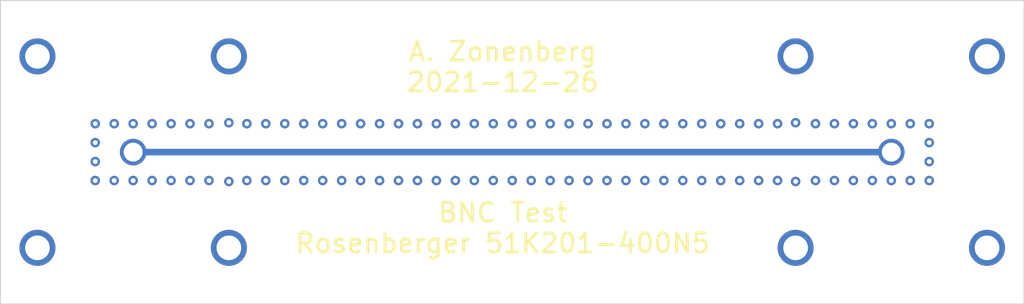
<source format=kicad_pcb>
(kicad_pcb (version 20171130) (host pcbnew "(5.1.9)")

  (general
    (thickness 1.6)
    (drawings 6)
    (tracks 210)
    (zones 0)
    (modules 2)
    (nets 3)
  )

  (page A4)
  (layers
    (0 F.Cu signal)
    (1 In1.Cu signal)
    (2 In2.Cu signal)
    (31 B.Cu signal)
    (32 B.Adhes user)
    (33 F.Adhes user)
    (34 B.Paste user)
    (35 F.Paste user)
    (36 B.SilkS user)
    (37 F.SilkS user)
    (38 B.Mask user)
    (39 F.Mask user)
    (40 Dwgs.User user)
    (41 Cmts.User user)
    (42 Eco1.User user)
    (43 Eco2.User user)
    (44 Edge.Cuts user)
    (45 Margin user)
    (46 B.CrtYd user)
    (47 F.CrtYd user)
    (48 B.Fab user)
    (49 F.Fab user)
  )

  (setup
    (last_trace_width 0.125)
    (user_trace_width 0.35)
    (trace_clearance 0.125)
    (zone_clearance 0.125)
    (zone_45_only no)
    (trace_min 0.125)
    (via_size 0.5)
    (via_drill 0.25)
    (via_min_size 0.5)
    (via_min_drill 0.25)
    (user_via 0.5 0.25)
    (uvia_size 0.3)
    (uvia_drill 0.1)
    (uvias_allowed no)
    (uvia_min_size 0.2)
    (uvia_min_drill 0.1)
    (edge_width 0.05)
    (segment_width 0.2)
    (pcb_text_width 0.3)
    (pcb_text_size 1.5 1.5)
    (mod_edge_width 0.12)
    (mod_text_size 1 1)
    (mod_text_width 0.15)
    (pad_size 1.524 1.524)
    (pad_drill 0.762)
    (pad_to_mask_clearance 0.05)
    (aux_axis_origin 0 0)
    (visible_elements FFFFFF7F)
    (pcbplotparams
      (layerselection 0x010f0_ffffffff)
      (usegerberextensions false)
      (usegerberattributes true)
      (usegerberadvancedattributes true)
      (creategerberjobfile true)
      (excludeedgelayer true)
      (linewidth 0.100000)
      (plotframeref false)
      (viasonmask false)
      (mode 1)
      (useauxorigin false)
      (hpglpennumber 1)
      (hpglpenspeed 20)
      (hpglpendiameter 15.000000)
      (psnegative false)
      (psa4output false)
      (plotreference true)
      (plotvalue true)
      (plotinvisibletext false)
      (padsonsilk false)
      (subtractmaskfromsilk false)
      (outputformat 1)
      (mirror false)
      (drillshape 0)
      (scaleselection 1)
      (outputdirectory "output/"))
  )

  (net 0 "")
  (net 1 /GND)
  (net 2 /SIGNAL)

  (net_class Default "This is the default net class."
    (clearance 0.125)
    (trace_width 0.125)
    (via_dia 0.5)
    (via_drill 0.25)
    (uvia_dia 0.3)
    (uvia_drill 0.1)
    (add_net /GND)
    (add_net /SIGNAL)
  )

  (module azonenberg_pcb:CONN_BNC_ROSENBERGER_51K201_400N5 (layer F.Cu) (tedit 61C8A47E) (tstamp 61C8BAA5)
    (at 100 80)
    (path /61C8ABED)
    (fp_text reference n (at 0 8.5) (layer F.SilkS) hide
      (effects (font (size 1 1) (thickness 0.15)))
    )
    (fp_text value 51K201-400N5 (at 0 7.5) (layer F.Fab) hide
      (effects (font (size 1 1) (thickness 0.15)))
    )
    (pad 2 thru_hole circle (at 5.05 -5.05) (size 1.9 1.9) (drill 1.3) (layers *.Cu *.Mask)
      (net 1 /GND))
    (pad 2 thru_hole circle (at 5.05 5.05) (size 1.9 1.9) (drill 1.3) (layers *.Cu *.Mask)
      (net 1 /GND))
    (pad 2 thru_hole circle (at -5.05 5.05) (size 1.9 1.9) (drill 1.3) (layers *.Cu *.Mask)
      (net 1 /GND))
    (pad 2 thru_hole circle (at -5.05 -5.05) (size 1.9 1.9) (drill 1.3) (layers *.Cu *.Mask)
      (net 1 /GND))
    (pad 1 thru_hole circle (at 0 0) (size 1.4 1.4) (drill 1) (layers *.Cu *.Mask)
      (net 2 /SIGNAL))
  )

  (module azonenberg_pcb:CONN_BNC_ROSENBERGER_51K201_400N5 (layer F.Cu) (tedit 61C8A47E) (tstamp 61C8BA9C)
    (at 60 80)
    (path /61C8A56C)
    (fp_text reference J1 (at 0 8.5) (layer F.SilkS) hide
      (effects (font (size 1 1) (thickness 0.15)))
    )
    (fp_text value 51K201-400N5 (at 0 7.5) (layer F.Fab) hide
      (effects (font (size 1 1) (thickness 0.15)))
    )
    (pad 2 thru_hole circle (at 5.05 -5.05) (size 1.9 1.9) (drill 1.3) (layers *.Cu *.Mask)
      (net 1 /GND))
    (pad 2 thru_hole circle (at 5.05 5.05) (size 1.9 1.9) (drill 1.3) (layers *.Cu *.Mask)
      (net 1 /GND))
    (pad 2 thru_hole circle (at -5.05 5.05) (size 1.9 1.9) (drill 1.3) (layers *.Cu *.Mask)
      (net 1 /GND))
    (pad 2 thru_hole circle (at -5.05 -5.05) (size 1.9 1.9) (drill 1.3) (layers *.Cu *.Mask)
      (net 1 /GND))
    (pad 1 thru_hole circle (at 0 0) (size 1.4 1.4) (drill 1) (layers *.Cu *.Mask)
      (net 2 /SIGNAL))
  )

  (gr_text "A. Zonenberg\n2021-12-26" (at 79.5 75.5) (layer F.SilkS)
    (effects (font (size 1 1) (thickness 0.15)))
  )
  (gr_text "BNC Test\nRosenberger 51K201-400N5" (at 79.5 84) (layer F.SilkS)
    (effects (font (size 1 1) (thickness 0.15)))
  )
  (gr_line (start 107 72) (end 53 72) (layer Edge.Cuts) (width 0.05) (tstamp 61C8BAFF))
  (gr_line (start 107 88) (end 107 72) (layer Edge.Cuts) (width 0.05))
  (gr_line (start 53 88) (end 107 88) (layer Edge.Cuts) (width 0.05))
  (gr_line (start 53 72) (end 53 88) (layer Edge.Cuts) (width 0.05))

  (segment (start 54.95 74.95) (end 54.95 85.05) (width 0.35) (layer In1.Cu) (net 1))
  (segment (start 54.95 85.05) (end 105.05 85.05) (width 0.35) (layer In1.Cu) (net 1))
  (segment (start 105.05 74.95) (end 105.05 85.05) (width 0.35) (layer In1.Cu) (net 1))
  (segment (start 105.05 74.95) (end 59.8 74.95) (width 0.35) (layer In1.Cu) (net 1))
  (segment (start 59.8 74.95) (end 54.95 74.95) (width 0.35) (layer In1.Cu) (net 1))
  (via (at 60 78.5) (size 0.5) (drill 0.25) (layers F.Cu B.Cu) (net 1))
  (segment (start 59.8 78.3) (end 60 78.5) (width 0.125) (layer In1.Cu) (net 1))
  (segment (start 59.8 74.95) (end 59.8 78.3) (width 0.125) (layer In1.Cu) (net 1))
  (via (at 59 78.5) (size 0.5) (drill 0.25) (layers F.Cu B.Cu) (net 1))
  (segment (start 60 78.5) (end 59 78.5) (width 0.125) (layer In2.Cu) (net 1))
  (via (at 58 78.5) (size 0.5) (drill 0.25) (layers F.Cu B.Cu) (net 1))
  (segment (start 59 78.5) (end 58 78.5) (width 0.125) (layer In1.Cu) (net 1))
  (via (at 58 79.5) (size 0.5) (drill 0.25) (layers F.Cu B.Cu) (net 1))
  (segment (start 58 78.5) (end 58 79.5) (width 0.125) (layer In2.Cu) (net 1))
  (via (at 58 80.5) (size 0.5) (drill 0.25) (layers F.Cu B.Cu) (net 1))
  (segment (start 58 79.5) (end 58 80.5) (width 0.125) (layer In1.Cu) (net 1))
  (via (at 58 81.5) (size 0.5) (drill 0.25) (layers F.Cu B.Cu) (net 1))
  (segment (start 58 80.5) (end 58 81.5) (width 0.125) (layer In2.Cu) (net 1))
  (via (at 59 81.5) (size 0.5) (drill 0.25) (layers F.Cu B.Cu) (net 1))
  (segment (start 58 81.5) (end 59 81.5) (width 0.125) (layer In1.Cu) (net 1))
  (via (at 60 81.5) (size 0.5) (drill 0.25) (layers F.Cu B.Cu) (net 1))
  (segment (start 59 81.5) (end 60 81.5) (width 0.125) (layer In2.Cu) (net 1))
  (via (at 61 81.5) (size 0.5) (drill 0.25) (layers F.Cu B.Cu) (net 1))
  (segment (start 60 81.5) (end 61 81.5) (width 0.125) (layer In1.Cu) (net 1))
  (via (at 62 81.5) (size 0.5) (drill 0.25) (layers F.Cu B.Cu) (net 1))
  (segment (start 61 81.5) (end 62 81.5) (width 0.125) (layer In2.Cu) (net 1))
  (via (at 63 81.5) (size 0.5) (drill 0.25) (layers F.Cu B.Cu) (net 1))
  (segment (start 62 81.5) (end 63 81.5) (width 0.125) (layer In1.Cu) (net 1))
  (via (at 64 81.5) (size 0.5) (drill 0.25) (layers F.Cu B.Cu) (net 1))
  (segment (start 63 81.5) (end 64 81.5) (width 0.125) (layer In2.Cu) (net 1))
  (via (at 65.05 81.55) (size 0.5) (drill 0.25) (layers F.Cu B.Cu) (net 1))
  (segment (start 64 81.5) (end 65 81.5) (width 0.125) (layer In1.Cu) (net 1))
  (segment (start 65.05 81.55) (end 65.05 85.05) (width 0.35) (layer In1.Cu) (net 1))
  (segment (start 65 81.5) (end 65.05 81.55) (width 0.125) (layer In1.Cu) (net 1))
  (via (at 66 81.5) (size 0.5) (drill 0.25) (layers F.Cu B.Cu) (net 1))
  (segment (start 65.95 81.55) (end 66 81.5) (width 0.125) (layer In2.Cu) (net 1))
  (segment (start 65.05 81.55) (end 65.95 81.55) (width 0.125) (layer In2.Cu) (net 1))
  (via (at 67 81.5) (size 0.5) (drill 0.25) (layers F.Cu B.Cu) (net 1))
  (segment (start 66 81.5) (end 67 81.5) (width 0.125) (layer In1.Cu) (net 1))
  (via (at 68 81.5) (size 0.5) (drill 0.25) (layers F.Cu B.Cu) (net 1))
  (segment (start 67 81.5) (end 68 81.5) (width 0.125) (layer In2.Cu) (net 1))
  (via (at 69 81.5) (size 0.5) (drill 0.25) (layers F.Cu B.Cu) (net 1))
  (segment (start 68 81.5) (end 69 81.5) (width 0.125) (layer In1.Cu) (net 1))
  (via (at 70 81.5) (size 0.5) (drill 0.25) (layers F.Cu B.Cu) (net 1))
  (segment (start 69 81.5) (end 70 81.5) (width 0.125) (layer In2.Cu) (net 1))
  (via (at 71 81.5) (size 0.5) (drill 0.25) (layers F.Cu B.Cu) (net 1))
  (segment (start 70 81.5) (end 71 81.5) (width 0.125) (layer In1.Cu) (net 1))
  (via (at 72 81.5) (size 0.5) (drill 0.25) (layers F.Cu B.Cu) (net 1))
  (segment (start 71 81.5) (end 72 81.5) (width 0.125) (layer In2.Cu) (net 1))
  (via (at 73 81.5) (size 0.5) (drill 0.25) (layers F.Cu B.Cu) (net 1))
  (segment (start 72 81.5) (end 73 81.5) (width 0.125) (layer In1.Cu) (net 1))
  (via (at 61 78.5) (size 0.5) (drill 0.25) (layers F.Cu B.Cu) (net 1))
  (segment (start 60 78.5) (end 61 78.5) (width 0.125) (layer In2.Cu) (net 1))
  (via (at 62 78.5) (size 0.5) (drill 0.25) (layers F.Cu B.Cu) (net 1))
  (segment (start 61 78.5) (end 62 78.5) (width 0.125) (layer In1.Cu) (net 1))
  (via (at 63 78.5) (size 0.5) (drill 0.25) (layers F.Cu B.Cu) (net 1))
  (segment (start 62 78.5) (end 63 78.5) (width 0.125) (layer In2.Cu) (net 1))
  (via (at 64 78.5) (size 0.5) (drill 0.25) (layers F.Cu B.Cu) (net 1))
  (segment (start 63 78.5) (end 64 78.5) (width 0.125) (layer In1.Cu) (net 1))
  (via (at 65.05 78.45) (size 0.5) (drill 0.25) (layers F.Cu B.Cu) (net 1))
  (segment (start 65 78.5) (end 65.05 78.45) (width 0.125) (layer In2.Cu) (net 1))
  (segment (start 64 78.5) (end 65 78.5) (width 0.125) (layer In2.Cu) (net 1))
  (segment (start 65.05 78.45) (end 65.05 81.55) (width 0.35) (layer In1.Cu) (net 1))
  (segment (start 65.05 74.95) (end 65.05 78.45) (width 0.35) (layer In1.Cu) (net 1))
  (via (at 66 78.5) (size 0.5) (drill 0.25) (layers F.Cu B.Cu) (net 1))
  (segment (start 65.95 78.45) (end 66 78.5) (width 0.125) (layer In2.Cu) (net 1))
  (segment (start 65.05 78.45) (end 65.95 78.45) (width 0.125) (layer In2.Cu) (net 1))
  (via (at 67 78.5) (size 0.5) (drill 0.25) (layers F.Cu B.Cu) (net 1))
  (segment (start 66 78.5) (end 67 78.5) (width 0.125) (layer In1.Cu) (net 1))
  (via (at 68 78.5) (size 0.5) (drill 0.25) (layers F.Cu B.Cu) (net 1))
  (segment (start 67 78.5) (end 68 78.5) (width 0.125) (layer In2.Cu) (net 1))
  (via (at 69 78.5) (size 0.5) (drill 0.25) (layers F.Cu B.Cu) (net 1))
  (segment (start 68 78.5) (end 69 78.5) (width 0.125) (layer In1.Cu) (net 1))
  (via (at 70 78.5) (size 0.5) (drill 0.25) (layers F.Cu B.Cu) (net 1))
  (segment (start 69 78.5) (end 70 78.5) (width 0.125) (layer In2.Cu) (net 1))
  (via (at 71 78.5) (size 0.5) (drill 0.25) (layers F.Cu B.Cu) (net 1))
  (segment (start 70 78.5) (end 71 78.5) (width 0.125) (layer In1.Cu) (net 1))
  (via (at 72 78.5) (size 0.5) (drill 0.25) (layers F.Cu B.Cu) (net 1))
  (segment (start 71 78.5) (end 72 78.5) (width 0.125) (layer In2.Cu) (net 1))
  (via (at 73 78.5) (size 0.5) (drill 0.25) (layers F.Cu B.Cu) (net 1))
  (segment (start 72 78.5) (end 73 78.5) (width 0.125) (layer In1.Cu) (net 1))
  (via (at 74 78.5) (size 0.5) (drill 0.25) (layers F.Cu B.Cu) (net 1))
  (segment (start 73 78.5) (end 74 78.5) (width 0.125) (layer In2.Cu) (net 1))
  (via (at 75 78.5) (size 0.5) (drill 0.25) (layers F.Cu B.Cu) (net 1))
  (segment (start 74 78.5) (end 75 78.5) (width 0.125) (layer In1.Cu) (net 1))
  (via (at 76 78.5) (size 0.5) (drill 0.25) (layers F.Cu B.Cu) (net 1))
  (segment (start 75 78.5) (end 76 78.5) (width 0.125) (layer In2.Cu) (net 1))
  (via (at 77 78.5) (size 0.5) (drill 0.25) (layers F.Cu B.Cu) (net 1))
  (segment (start 76 78.5) (end 77 78.5) (width 0.125) (layer In1.Cu) (net 1))
  (via (at 78 78.5) (size 0.5) (drill 0.25) (layers F.Cu B.Cu) (net 1))
  (segment (start 77 78.5) (end 78 78.5) (width 0.125) (layer In2.Cu) (net 1))
  (via (at 79 78.5) (size 0.5) (drill 0.25) (layers F.Cu B.Cu) (net 1))
  (segment (start 78 78.5) (end 79 78.5) (width 0.125) (layer In1.Cu) (net 1))
  (via (at 80 78.5) (size 0.5) (drill 0.25) (layers F.Cu B.Cu) (net 1))
  (segment (start 79 78.5) (end 80 78.5) (width 0.125) (layer In2.Cu) (net 1))
  (via (at 81 78.5) (size 0.5) (drill 0.25) (layers F.Cu B.Cu) (net 1))
  (segment (start 80 78.5) (end 81 78.5) (width 0.125) (layer In1.Cu) (net 1))
  (via (at 82 78.5) (size 0.5) (drill 0.25) (layers F.Cu B.Cu) (net 1))
  (segment (start 81 78.5) (end 82 78.5) (width 0.125) (layer In2.Cu) (net 1))
  (via (at 83 78.5) (size 0.5) (drill 0.25) (layers F.Cu B.Cu) (net 1))
  (segment (start 82 78.5) (end 83 78.5) (width 0.125) (layer In1.Cu) (net 1))
  (via (at 84 78.5) (size 0.5) (drill 0.25) (layers F.Cu B.Cu) (net 1))
  (segment (start 83 78.5) (end 84 78.5) (width 0.125) (layer In2.Cu) (net 1))
  (via (at 85 78.5) (size 0.5) (drill 0.25) (layers F.Cu B.Cu) (net 1))
  (segment (start 84 78.5) (end 85 78.5) (width 0.125) (layer In1.Cu) (net 1))
  (via (at 86 78.5) (size 0.5) (drill 0.25) (layers F.Cu B.Cu) (net 1))
  (segment (start 85 78.5) (end 86 78.5) (width 0.125) (layer In2.Cu) (net 1))
  (via (at 87 78.5) (size 0.5) (drill 0.25) (layers F.Cu B.Cu) (net 1))
  (segment (start 86 78.5) (end 87 78.5) (width 0.125) (layer In1.Cu) (net 1))
  (via (at 88 78.5) (size 0.5) (drill 0.25) (layers F.Cu B.Cu) (net 1))
  (segment (start 87 78.5) (end 88 78.5) (width 0.125) (layer In2.Cu) (net 1))
  (via (at 89 78.5) (size 0.5) (drill 0.25) (layers F.Cu B.Cu) (net 1))
  (segment (start 88 78.5) (end 89 78.5) (width 0.125) (layer In1.Cu) (net 1))
  (via (at 90 78.5) (size 0.5) (drill 0.25) (layers F.Cu B.Cu) (net 1))
  (segment (start 89 78.5) (end 90 78.5) (width 0.125) (layer In2.Cu) (net 1))
  (via (at 91 78.5) (size 0.5) (drill 0.25) (layers F.Cu B.Cu) (net 1))
  (segment (start 90 78.5) (end 91 78.5) (width 0.125) (layer In2.Cu) (net 1))
  (via (at 92 78.5) (size 0.5) (drill 0.25) (layers F.Cu B.Cu) (net 1))
  (segment (start 91 78.5) (end 92 78.5) (width 0.125) (layer In1.Cu) (net 1))
  (via (at 93 78.5) (size 0.5) (drill 0.25) (layers F.Cu B.Cu) (net 1))
  (segment (start 92 78.5) (end 93 78.5) (width 0.125) (layer In2.Cu) (net 1))
  (via (at 94 78.5) (size 0.5) (drill 0.25) (layers F.Cu B.Cu) (net 1))
  (segment (start 93 78.5) (end 94 78.5) (width 0.125) (layer In1.Cu) (net 1))
  (via (at 94.95 78.45) (size 0.5) (drill 0.25) (layers F.Cu B.Cu) (net 1))
  (segment (start 94.9 78.5) (end 94.95 78.45) (width 0.125) (layer In2.Cu) (net 1))
  (segment (start 94 78.5) (end 94.9 78.5) (width 0.125) (layer In2.Cu) (net 1))
  (segment (start 94.95 74.95) (end 94.95 78.45) (width 0.35) (layer In1.Cu) (net 1))
  (via (at 74 81.5) (size 0.5) (drill 0.25) (layers F.Cu B.Cu) (net 1))
  (segment (start 73 81.5) (end 74 81.5) (width 0.125) (layer In2.Cu) (net 1))
  (via (at 75 81.5) (size 0.5) (drill 0.25) (layers F.Cu B.Cu) (net 1))
  (segment (start 74 81.5) (end 75 81.5) (width 0.125) (layer In1.Cu) (net 1))
  (via (at 76 81.5) (size 0.5) (drill 0.25) (layers F.Cu B.Cu) (net 1))
  (segment (start 75 81.5) (end 76 81.5) (width 0.125) (layer In1.Cu) (net 1))
  (via (at 77 81.5) (size 0.5) (drill 0.25) (layers F.Cu B.Cu) (net 1))
  (segment (start 76 81.5) (end 77 81.5) (width 0.125) (layer In2.Cu) (net 1))
  (via (at 78 81.5) (size 0.5) (drill 0.25) (layers F.Cu B.Cu) (net 1))
  (segment (start 77 81.5) (end 78 81.5) (width 0.125) (layer In1.Cu) (net 1))
  (via (at 79 81.5) (size 0.5) (drill 0.25) (layers F.Cu B.Cu) (net 1))
  (segment (start 78 81.5) (end 79 81.5) (width 0.125) (layer In2.Cu) (net 1))
  (via (at 80 81.5) (size 0.5) (drill 0.25) (layers F.Cu B.Cu) (net 1))
  (segment (start 79 81.5) (end 80 81.5) (width 0.125) (layer In1.Cu) (net 1))
  (via (at 81 81.5) (size 0.5) (drill 0.25) (layers F.Cu B.Cu) (net 1))
  (segment (start 80 81.5) (end 81 81.5) (width 0.125) (layer In2.Cu) (net 1))
  (via (at 82 81.5) (size 0.5) (drill 0.25) (layers F.Cu B.Cu) (net 1))
  (segment (start 81 81.5) (end 82 81.5) (width 0.125) (layer In1.Cu) (net 1))
  (via (at 83 81.5) (size 0.5) (drill 0.25) (layers F.Cu B.Cu) (net 1))
  (segment (start 82 81.5) (end 83 81.5) (width 0.125) (layer In2.Cu) (net 1))
  (via (at 84 81.5) (size 0.5) (drill 0.25) (layers F.Cu B.Cu) (net 1))
  (segment (start 83 81.5) (end 84 81.5) (width 0.125) (layer In1.Cu) (net 1))
  (via (at 85 81.5) (size 0.5) (drill 0.25) (layers F.Cu B.Cu) (net 1))
  (segment (start 84 81.5) (end 85 81.5) (width 0.125) (layer In2.Cu) (net 1))
  (via (at 86 81.5) (size 0.5) (drill 0.25) (layers F.Cu B.Cu) (net 1))
  (segment (start 85 81.5) (end 86 81.5) (width 0.125) (layer In1.Cu) (net 1))
  (via (at 87 81.5) (size 0.5) (drill 0.25) (layers F.Cu B.Cu) (net 1))
  (segment (start 86 81.5) (end 87 81.5) (width 0.125) (layer In2.Cu) (net 1))
  (via (at 88 81.5) (size 0.5) (drill 0.25) (layers F.Cu B.Cu) (net 1))
  (segment (start 87 81.5) (end 88 81.5) (width 0.125) (layer In1.Cu) (net 1))
  (via (at 89 81.5) (size 0.5) (drill 0.25) (layers F.Cu B.Cu) (net 1))
  (segment (start 88 81.5) (end 89 81.5) (width 0.125) (layer In2.Cu) (net 1))
  (via (at 90 81.5) (size 0.5) (drill 0.25) (layers F.Cu B.Cu) (net 1))
  (segment (start 89 81.5) (end 90 81.5) (width 0.125) (layer In1.Cu) (net 1))
  (via (at 91 81.5) (size 0.5) (drill 0.25) (layers F.Cu B.Cu) (net 1))
  (segment (start 90 81.5) (end 91 81.5) (width 0.125) (layer In2.Cu) (net 1))
  (via (at 92 81.5) (size 0.5) (drill 0.25) (layers F.Cu B.Cu) (net 1))
  (segment (start 91 81.5) (end 92 81.5) (width 0.125) (layer In1.Cu) (net 1))
  (via (at 93 81.5) (size 0.5) (drill 0.25) (layers F.Cu B.Cu) (net 1))
  (segment (start 92 81.5) (end 93 81.5) (width 0.125) (layer In2.Cu) (net 1))
  (via (at 94 81.5) (size 0.5) (drill 0.25) (layers F.Cu B.Cu) (net 1))
  (segment (start 93 81.5) (end 94 81.5) (width 0.125) (layer In1.Cu) (net 1))
  (via (at 94.95 81.55) (size 0.5) (drill 0.25) (layers F.Cu B.Cu) (net 1))
  (segment (start 94.9 81.5) (end 94.95 81.55) (width 0.125) (layer In2.Cu) (net 1))
  (segment (start 94 81.5) (end 94.9 81.5) (width 0.125) (layer In2.Cu) (net 1))
  (segment (start 94.95 81.55) (end 94.95 85.05) (width 0.35) (layer In1.Cu) (net 1))
  (segment (start 94.95 78.45) (end 94.95 81.55) (width 0.35) (layer In1.Cu) (net 1))
  (via (at 96 81.5) (size 0.5) (drill 0.25) (layers F.Cu B.Cu) (net 1))
  (segment (start 95.95 81.55) (end 96 81.5) (width 0.125) (layer In1.Cu) (net 1))
  (segment (start 94.95 81.55) (end 95.95 81.55) (width 0.125) (layer In1.Cu) (net 1))
  (via (at 97 81.5) (size 0.5) (drill 0.25) (layers F.Cu B.Cu) (net 1))
  (segment (start 96 81.5) (end 97 81.5) (width 0.125) (layer In2.Cu) (net 1))
  (via (at 98 81.5) (size 0.5) (drill 0.25) (layers F.Cu B.Cu) (net 1))
  (segment (start 97 81.5) (end 98 81.5) (width 0.125) (layer In1.Cu) (net 1))
  (via (at 99 81.5) (size 0.5) (drill 0.25) (layers F.Cu B.Cu) (net 1))
  (segment (start 98 81.5) (end 99 81.5) (width 0.125) (layer In2.Cu) (net 1))
  (via (at 100 81.5) (size 0.5) (drill 0.25) (layers F.Cu B.Cu) (net 1))
  (segment (start 99 81.5) (end 100 81.5) (width 0.125) (layer In1.Cu) (net 1))
  (via (at 101 81.5) (size 0.5) (drill 0.25) (layers F.Cu B.Cu) (net 1))
  (segment (start 100 81.5) (end 101 81.5) (width 0.125) (layer In2.Cu) (net 1))
  (via (at 102 81.5) (size 0.5) (drill 0.25) (layers F.Cu B.Cu) (net 1))
  (segment (start 101 81.5) (end 102 81.5) (width 0.125) (layer In1.Cu) (net 1))
  (via (at 102 80.5) (size 0.5) (drill 0.25) (layers F.Cu B.Cu) (net 1))
  (segment (start 102 81.5) (end 102 80.5) (width 0.125) (layer In2.Cu) (net 1))
  (via (at 102 79.5) (size 0.5) (drill 0.25) (layers F.Cu B.Cu) (net 1))
  (segment (start 102 80.5) (end 102 79.5) (width 0.125) (layer In1.Cu) (net 1))
  (via (at 102 78.5) (size 0.5) (drill 0.25) (layers F.Cu B.Cu) (net 1))
  (segment (start 102 79.5) (end 102 78.5) (width 0.125) (layer In2.Cu) (net 1))
  (via (at 101 78.5) (size 0.5) (drill 0.25) (layers F.Cu B.Cu) (net 1))
  (segment (start 102 78.5) (end 101 78.5) (width 0.125) (layer In1.Cu) (net 1))
  (via (at 100 78.5) (size 0.5) (drill 0.25) (layers F.Cu B.Cu) (net 1))
  (segment (start 101 78.5) (end 100 78.5) (width 0.125) (layer In2.Cu) (net 1))
  (via (at 99 78.5) (size 0.5) (drill 0.25) (layers F.Cu B.Cu) (net 1))
  (segment (start 100 78.5) (end 99 78.5) (width 0.125) (layer In1.Cu) (net 1))
  (via (at 98 78.5) (size 0.5) (drill 0.25) (layers F.Cu B.Cu) (net 1))
  (segment (start 99 78.5) (end 98 78.5) (width 0.125) (layer In2.Cu) (net 1))
  (via (at 97 78.5) (size 0.5) (drill 0.25) (layers F.Cu B.Cu) (net 1))
  (segment (start 98 78.5) (end 97 78.5) (width 0.125) (layer In1.Cu) (net 1))
  (via (at 96 78.5) (size 0.5) (drill 0.25) (layers F.Cu B.Cu) (net 1))
  (segment (start 97 78.5) (end 96 78.5) (width 0.125) (layer In2.Cu) (net 1))
  (segment (start 95 78.5) (end 94.95 78.45) (width 0.125) (layer In1.Cu) (net 1))
  (segment (start 96 78.5) (end 95 78.5) (width 0.125) (layer In1.Cu) (net 1))
  (segment (start 60 80) (end 100 80) (width 0.35) (layer B.Cu) (net 2))

  (zone (net 1) (net_name /GND) (layer In1.Cu) (tstamp 61C8BB50) (hatch edge 0.508)
    (connect_pads yes (clearance 0.125))
    (min_thickness 0.125)
    (fill yes (arc_segments 32) (thermal_gap 0.25) (thermal_bridge_width 0.25))
    (polygon
      (pts
        (xy 106.5 87.5) (xy 53.5 87.5) (xy 53.5 72.5) (xy 106.5 72.5)
      )
    )
    (filled_polygon
      (pts
        (xy 106.4375 87.4375) (xy 53.5625 87.4375) (xy 53.5625 79.912589) (xy 59.1125 79.912589) (xy 59.1125 80.087411)
        (xy 59.146606 80.258874) (xy 59.213508 80.420389) (xy 59.310634 80.565748) (xy 59.434252 80.689366) (xy 59.579611 80.786492)
        (xy 59.741126 80.853394) (xy 59.912589 80.8875) (xy 60.087411 80.8875) (xy 60.258874 80.853394) (xy 60.420389 80.786492)
        (xy 60.565748 80.689366) (xy 60.689366 80.565748) (xy 60.786492 80.420389) (xy 60.853394 80.258874) (xy 60.8875 80.087411)
        (xy 60.8875 79.912589) (xy 99.1125 79.912589) (xy 99.1125 80.087411) (xy 99.146606 80.258874) (xy 99.213508 80.420389)
        (xy 99.310634 80.565748) (xy 99.434252 80.689366) (xy 99.579611 80.786492) (xy 99.741126 80.853394) (xy 99.912589 80.8875)
        (xy 100.087411 80.8875) (xy 100.258874 80.853394) (xy 100.420389 80.786492) (xy 100.565748 80.689366) (xy 100.689366 80.565748)
        (xy 100.786492 80.420389) (xy 100.853394 80.258874) (xy 100.8875 80.087411) (xy 100.8875 79.912589) (xy 100.853394 79.741126)
        (xy 100.786492 79.579611) (xy 100.689366 79.434252) (xy 100.565748 79.310634) (xy 100.420389 79.213508) (xy 100.258874 79.146606)
        (xy 100.087411 79.1125) (xy 99.912589 79.1125) (xy 99.741126 79.146606) (xy 99.579611 79.213508) (xy 99.434252 79.310634)
        (xy 99.310634 79.434252) (xy 99.213508 79.579611) (xy 99.146606 79.741126) (xy 99.1125 79.912589) (xy 60.8875 79.912589)
        (xy 60.853394 79.741126) (xy 60.786492 79.579611) (xy 60.689366 79.434252) (xy 60.565748 79.310634) (xy 60.420389 79.213508)
        (xy 60.258874 79.146606) (xy 60.087411 79.1125) (xy 59.912589 79.1125) (xy 59.741126 79.146606) (xy 59.579611 79.213508)
        (xy 59.434252 79.310634) (xy 59.310634 79.434252) (xy 59.213508 79.579611) (xy 59.146606 79.741126) (xy 59.1125 79.912589)
        (xy 53.5625 79.912589) (xy 53.5625 72.5625) (xy 106.4375 72.5625)
      )
    )
  )
  (zone (net 1) (net_name /GND) (layer In2.Cu) (tstamp 61C8BB4D) (hatch edge 0.508)
    (connect_pads yes (clearance 0.125))
    (min_thickness 0.125)
    (fill yes (arc_segments 32) (thermal_gap 0.25) (thermal_bridge_width 0.25))
    (polygon
      (pts
        (xy 106.5 87.5) (xy 53.5 87.5) (xy 53.5 72.5) (xy 106.5 72.5)
      )
    )
    (filled_polygon
      (pts
        (xy 106.4375 87.4375) (xy 53.5625 87.4375) (xy 53.5625 79.912589) (xy 59.1125 79.912589) (xy 59.1125 80.087411)
        (xy 59.146606 80.258874) (xy 59.213508 80.420389) (xy 59.310634 80.565748) (xy 59.434252 80.689366) (xy 59.579611 80.786492)
        (xy 59.741126 80.853394) (xy 59.912589 80.8875) (xy 60.087411 80.8875) (xy 60.258874 80.853394) (xy 60.420389 80.786492)
        (xy 60.565748 80.689366) (xy 60.689366 80.565748) (xy 60.786492 80.420389) (xy 60.853394 80.258874) (xy 60.8875 80.087411)
        (xy 60.8875 79.912589) (xy 99.1125 79.912589) (xy 99.1125 80.087411) (xy 99.146606 80.258874) (xy 99.213508 80.420389)
        (xy 99.310634 80.565748) (xy 99.434252 80.689366) (xy 99.579611 80.786492) (xy 99.741126 80.853394) (xy 99.912589 80.8875)
        (xy 100.087411 80.8875) (xy 100.258874 80.853394) (xy 100.420389 80.786492) (xy 100.565748 80.689366) (xy 100.689366 80.565748)
        (xy 100.786492 80.420389) (xy 100.853394 80.258874) (xy 100.8875 80.087411) (xy 100.8875 79.912589) (xy 100.853394 79.741126)
        (xy 100.786492 79.579611) (xy 100.689366 79.434252) (xy 100.565748 79.310634) (xy 100.420389 79.213508) (xy 100.258874 79.146606)
        (xy 100.087411 79.1125) (xy 99.912589 79.1125) (xy 99.741126 79.146606) (xy 99.579611 79.213508) (xy 99.434252 79.310634)
        (xy 99.310634 79.434252) (xy 99.213508 79.579611) (xy 99.146606 79.741126) (xy 99.1125 79.912589) (xy 60.8875 79.912589)
        (xy 60.853394 79.741126) (xy 60.786492 79.579611) (xy 60.689366 79.434252) (xy 60.565748 79.310634) (xy 60.420389 79.213508)
        (xy 60.258874 79.146606) (xy 60.087411 79.1125) (xy 59.912589 79.1125) (xy 59.741126 79.146606) (xy 59.579611 79.213508)
        (xy 59.434252 79.310634) (xy 59.310634 79.434252) (xy 59.213508 79.579611) (xy 59.146606 79.741126) (xy 59.1125 79.912589)
        (xy 53.5625 79.912589) (xy 53.5625 72.5625) (xy 106.4375 72.5625)
      )
    )
  )
)

</source>
